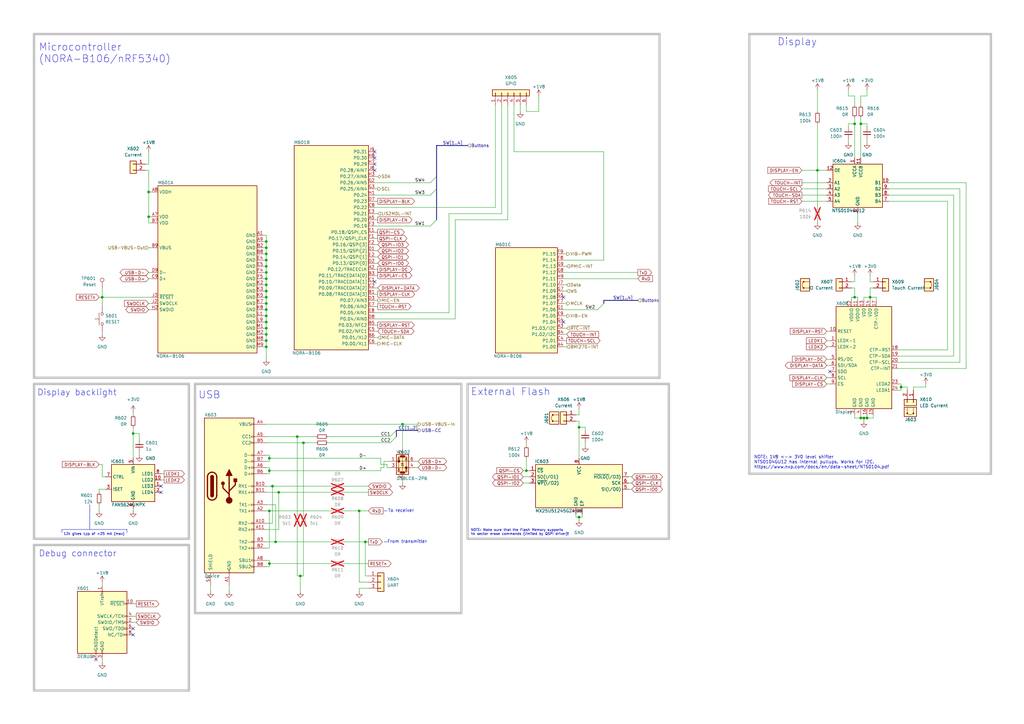
<source format=kicad_sch>
(kicad_sch (version 20250114) (generator "eeschema") (generator_version "9.0")
  (paper "A3")
  (title_block (title "MCU") (date "2025-07-13") (rev "${REVISION}") (company "${COMPANY}"))
  (text "From transmitter" (at 167.005 222.25 0) (effects (font (size 1.27 1.27))))
  (text "To receiver" (at 164.465 209.55 0) (effects (font (size 1.27 1.27))))
  (text "12k gives I_{LED} of <25 mA (max)" (at 26.035 219.71 0) (effects (font (size 1 1)) (justify left bottom)))
  (text "NOTE: Make sure that the Flash Memory supports\n4k sector erase commands (limited by QSPI driver)!" (at 193.04 219.71 0) (effects (font (size 1 1)) (justify left bottom)))
  (text "Display" (at 318.77 19.05 0) (effects (font (size 3 3)) (justify left bottom)))
  (text "Debug connector" (at 15.875 228.6 0) (effects (font (size 2.5 2.5)) (justify left bottom)))
  (text "USB" (at 81.28 163.83 0) (effects (font (size 3 3)) (justify left bottom)))
  (text "NOTE: 1V8 <-> 3V0 level shifter\nNTS0104GU12 has internal pullups. Works for I2C.\nhttps://www.nxp.com/docs/en/data-sheet/NTS0104.pdf" (at 309.245 192.405 0) (effects (font (size 1.27 1.27)) (justify left bottom)))
  (text "Microcontroller\n(NORA-B106/nRF5340)" (at 15.875 26.035 0) (effects (font (size 3 3)) (justify left bottom)))
  (text "Display backlight" (at 15.24 162.56 0) (effects (font (size 2.5 2.5)) (justify left bottom)))
  (text "External Flash" (at 193.04 162.56 0) (effects (font (size 3 3)) (justify left bottom)))
  (junction (at 109.22 124.46))
  (junction (at 109.22 109.22))
  (junction (at 124.46 181.61))
  (junction (at 109.22 101.6))
  (junction (at 109.22 132.08))
  (junction (at 110.49 187.96))
  (junction (at 109.22 116.84))
  (junction (at 215.9 193.04))
  (junction (at 54.61 177.8))
  (junction (at 109.22 114.3))
  (junction (at 109.22 139.7))
  (junction (at 147.32 209.55))
  (junction (at 350.52 121.92))
  (junction (at 109.22 111.76))
  (junction (at 113.03 222.25))
  (junction (at 109.22 142.24))
  (junction (at 353.06 50.8))
  (junction (at 111.76 199.39))
  (junction (at 109.22 106.68))
  (junction (at 109.22 119.38))
  (junction (at 121.92 179.07))
  (junction (at 109.22 129.54))
  (junction (at 109.22 99.06))
  (junction (at 109.22 121.92))
  (junction (at 149.86 222.25))
  (junction (at 165.1 173.99))
  (junction (at 350.52 50.8))
  (junction (at 123.19 236.22))
  (junction (at 109.22 137.16))
  (junction (at 41.91 121.92))
  (junction (at 369.57 158.75))
  (junction (at 354.33 171.45))
  (junction (at 110.49 231.14))
  (junction (at 355.6 171.45))
  (junction (at 60.96 78.74))
  (junction (at 109.22 134.62))
  (junction (at 335.28 69.85))
  (junction (at 237.49 175.26))
  (junction (at 353.06 171.45))
  (junction (at 110.49 209.55))
  (junction (at 109.22 127))
  (junction (at 109.22 104.14))
  (junction (at 60.96 88.9))
  (junction (at 356.87 121.92))
  (junction (at 110.49 193.04))
  (junction (at 237.49 212.09))
  (junction (at 114.3 201.93))
  (no_connect (at 340.36 152.4))
  (no_connect (at 153.67 115.57))
  (no_connect (at 153.67 67.31))
  (no_connect (at 153.67 69.85))
  (no_connect (at 66.04 199.39))
  (no_connect (at 153.67 62.23))
  (no_connect (at 54.61 260.35))
  (no_connect (at 231.14 121.92))
  (no_connect (at 66.04 201.93))
  (no_connect (at 153.67 64.77))
  (no_connect (at 39.37 270.51))
  (no_connect (at 231.14 132.08))
  (no_connect (at 54.61 257.81))
  (bus_entry (at 247.65 124.46) (size -2.54 2.54))
  (bus_entry (at 179.07 72.39) (size -2.54 2.54))
  (bus_entry (at 160.02 181.61) (size 2.54 -2.54))
  (bus_entry (at 179.07 90.17) (size -2.54 2.54))
  (bus_entry (at 160.02 179.07) (size 2.54 -2.54))
  (bus_entry (at 179.07 77.47) (size -2.54 2.54))
  (wire (pts (xy 354.33 171.45) (xy 354.33 172.72)))
  (wire (pts (xy 237.49 172.72) (xy 237.49 175.26)))
  (wire (pts (xy 339.09 147.32) (xy 340.36 147.32)))
  (wire (pts (xy 140.97 209.55) (xy 147.32 209.55)))
  (wire (pts (xy 110.49 232.41) (xy 109.22 232.41)))
  (wire (pts (xy 240.03 175.26) (xy 240.03 176.53)))
  (wire (pts (xy 350.52 113.03) (xy 350.52 115.57)))
  (wire (pts (xy 186.69 90.17) (xy 186.69 130.81)))
  (wire (pts (xy 153.67 140.97) (xy 154.94 140.97)))
  (polyline (pts (xy 52.07 217.17) (xy 52.07 218.44)))
  (wire (pts (xy 109.22 222.25) (xy 113.03 222.25)))
  (wire (pts (xy 54.61 177.8) (xy 54.61 187.96)))
  (wire (pts (xy 149.86 236.22) (xy 149.86 222.25)))
  (wire (pts (xy 353.06 48.26) (xy 353.06 50.8)))
  (wire (pts (xy 339.09 139.7) (xy 340.36 139.7)))
  (wire (pts (xy 109.22 142.24) (xy 109.22 147.32)))
  (polyline (pts (xy 270.51 13.97) (xy 13.97 13.97)) (stroke (width 1) (type solid) (color 194 194 194 1)))
  (wire (pts (xy 41.91 121.92) (xy 41.91 125.73)))
  (wire (pts (xy 391.16 80.01) (xy 391.16 146.05)))
  (wire (pts (xy 147.32 209.55) (xy 151.13 209.55)))
  (wire (pts (xy 40.64 207.01) (xy 40.64 209.55)))
  (wire (pts (xy 240.03 181.61) (xy 240.03 182.88)))
  (wire (pts (xy 372.11 158.75) (xy 372.11 160.02)))
  (wire (pts (xy 109.22 99.06) (xy 109.22 101.6)))
  (wire (pts (xy 109.22 111.76) (xy 109.22 114.3)))
  (wire (pts (xy 60.96 62.23) (xy 60.96 67.31)))
  (wire (pts (xy 153.67 135.89) (xy 154.94 135.89)))
  (wire (pts (xy 121.92 179.07) (xy 121.92 210.82)))
  (wire (pts (xy 110.49 191.77) (xy 110.49 193.04)))
  (wire (pts (xy 353.06 171.45) (xy 354.33 171.45)))
  (polyline (pts (xy 270.51 154.94) (xy 13.97 154.94)) (stroke (width 1) (type solid) (color 194 194 194 1)))
  (bus (pts (xy 247.65 123.19) (xy 247.65 124.46)))
  (wire (pts (xy 57.15 185.42) (xy 57.15 186.69)))
  (wire (pts (xy 153.67 113.03) (xy 154.94 113.03)))
  (wire (pts (xy 374.65 158.75) (xy 379.73 158.75)))
  (wire (pts (xy 110.49 231.14) (xy 135.89 231.14)))
  (polyline (pts (xy 25.4 217.17) (xy 25.4 218.44)))
  (wire (pts (xy 109.22 127) (xy 109.22 129.54)))
  (wire (pts (xy 238.76 210.82) (xy 238.76 212.09)))
  (wire (pts (xy 247.65 106.68) (xy 247.65 62.23)))
  (wire (pts (xy 369.57 160.02) (xy 369.57 158.75)))
  (wire (pts (xy 140.97 231.14) (xy 151.13 231.14)))
  (wire (pts (xy 368.3 151.13) (xy 396.24 151.13)))
  (wire (pts (xy 231.14 119.38) (xy 232.41 119.38)))
  (wire (pts (xy 203.2 43.18) (xy 203.2 85.09)))
  (wire (pts (xy 350.52 170.18) (xy 350.52 171.45)))
  (wire (pts (xy 153.67 120.65) (xy 154.94 120.65)))
  (wire (pts (xy 109.22 209.55) (xy 110.49 209.55)))
  (wire (pts (xy 220.98 39.37) (xy 220.98 45.72)))
  (wire (pts (xy 231.14 137.16) (xy 232.41 137.16)))
  (wire (pts (xy 170.18 191.77) (xy 171.45 191.77)))
  (wire (pts (xy 328.93 82.55) (xy 339.09 82.55)))
  (wire (pts (xy 147.32 241.3) (xy 151.13 241.3)))
  (wire (pts (xy 153.67 100.33) (xy 154.94 100.33)))
  (wire (pts (xy 124.46 181.61) (xy 124.46 210.82)))
  (wire (pts (xy 153.67 82.55) (xy 154.94 82.55)))
  (wire (pts (xy 59.69 67.31) (xy 60.96 67.31)))
  (wire (pts (xy 111.76 214.63) (xy 111.76 199.39)))
  (wire (pts (xy 109.22 134.62) (xy 107.95 134.62)))
  (bus (pts (xy 179.07 72.39) (xy 179.07 77.47)))
  (polyline (pts (xy 38.1 217.17) (xy 25.4 217.17)))
  (wire (pts (xy 353.06 171.45) (xy 353.06 170.18)))
  (polyline (pts (xy 307.34 194.31) (xy 406.4 194.31)) (stroke (width 1) (type solid) (color 194 194 194 1)))
  (wire (pts (xy 153.67 80.01) (xy 176.53 80.01)))
  (polyline (pts (xy 13.97 157.48) (xy 13.97 220.98)) (stroke (width 1) (type solid) (color 194 194 194 1)))
  (wire (pts (xy 109.22 124.46) (xy 109.22 127)))
  (wire (pts (xy 109.22 173.99) (xy 165.1 173.99)))
  (wire (pts (xy 41.91 270.51) (xy 41.91 271.78)))
  (wire (pts (xy 66.04 194.31) (xy 67.31 194.31)))
  (wire (pts (xy 109.22 137.16) (xy 109.22 139.7)))
  (polyline (pts (xy 274.32 157.48) (xy 274.32 220.98)) (stroke (width 1) (type solid) (color 194 194 194 1)))
  (wire (pts (xy 339.09 142.24) (xy 340.36 142.24)))
  (wire (pts (xy 151.13 236.22) (xy 149.86 236.22)))
  (polyline (pts (xy 406.4 194.31) (xy 406.4 13.97)) (stroke (width 1) (type solid) (color 194 194 194 1)))
  (wire (pts (xy 109.22 137.16) (xy 107.95 137.16)))
  (wire (pts (xy 205.74 43.18) (xy 205.74 87.63)))
  (wire (pts (xy 236.22 210.82) (xy 236.22 212.09)))
  (wire (pts (xy 335.28 69.85) (xy 339.09 69.85)))
  (wire (pts (xy 135.89 201.93) (xy 114.3 201.93)))
  (wire (pts (xy 237.49 167.64) (xy 237.49 170.18)))
  (wire (pts (xy 165.1 196.85) (xy 165.1 198.12)))
  (wire (pts (xy 60.96 124.46) (xy 62.23 124.46)))
  (wire (pts (xy 335.28 69.85) (xy 335.28 85.09)))
  (wire (pts (xy 231.14 111.76) (xy 261.62 111.76)))
  (wire (pts (xy 214.63 198.12) (xy 217.17 198.12)))
  (wire (pts (xy 231.14 134.62) (xy 232.41 134.62)))
  (wire (pts (xy 186.69 130.81) (xy 153.67 130.81)))
  (polyline (pts (xy 191.77 157.48) (xy 191.77 220.98)) (stroke (width 1) (type solid) (color 194 194 194 1)))
  (wire (pts (xy 149.86 222.25) (xy 151.13 222.25)))
  (wire (pts (xy 237.49 175.26) (xy 240.03 175.26)))
  (wire (pts (xy 354.33 171.45) (xy 355.6 171.45)))
  (wire (pts (xy 109.22 217.17) (xy 114.3 217.17)))
  (wire (pts (xy 359.41 121.92) (xy 359.41 123.19)))
  (wire (pts (xy 356.87 113.03) (xy 356.87 115.57)))
  (polyline (pts (xy 80.01 157.48) (xy 189.23 157.48)) (stroke (width 1) (type solid) (color 194 194 194 1)))
  (wire (pts (xy 109.22 119.38) (xy 107.95 119.38)))
  (wire (pts (xy 205.74 87.63) (xy 184.15 87.63)))
  (wire (pts (xy 153.67 118.11) (xy 154.94 118.11)))
  (wire (pts (xy 237.49 212.09) (xy 238.76 212.09)))
  (wire (pts (xy 236.22 170.18) (xy 237.49 170.18)))
  (bus (pts (xy 191.77 59.69) (xy 179.07 59.69)))
  (wire (pts (xy 335.28 36.83) (xy 335.28 45.72)))
  (wire (pts (xy 350.52 118.11) (xy 350.52 121.92)))
  (wire (pts (xy 129.54 181.61) (xy 124.46 181.61)))
  (wire (pts (xy 60.96 111.76) (xy 62.23 111.76)))
  (wire (pts (xy 109.22 121.92) (xy 109.22 124.46)))
  (wire (pts (xy 109.22 127) (xy 107.95 127)))
  (wire (pts (xy 109.22 186.69) (xy 110.49 186.69)))
  (wire (pts (xy 208.28 90.17) (xy 186.69 90.17)))
  (polyline (pts (xy 38.1 217.17) (xy 52.07 217.17)))
  (wire (pts (xy 60.96 88.9) (xy 60.96 78.74)))
  (wire (pts (xy 54.61 247.65) (xy 55.88 247.65)))
  (wire (pts (xy 110.49 187.96) (xy 156.21 187.96)))
  (polyline (pts (xy 77.47 157.48) (xy 77.47 220.98)) (stroke (width 1) (type solid) (color 194 194 194 1)))
  (wire (pts (xy 231.14 129.54) (xy 232.41 129.54)))
  (wire (pts (xy 396.24 74.93) (xy 364.49 74.93)))
  (wire (pts (xy 231.14 114.3) (xy 261.62 114.3)))
  (polyline (pts (xy 307.34 13.97) (xy 307.34 194.31)) (stroke (width 1) (type solid) (color 194 194 194 1)))
  (polyline (pts (xy 270.51 13.97) (xy 270.51 154.94)) (stroke (width 1) (type solid) (color 194 194 194 1)))
  (wire (pts (xy 109.22 111.76) (xy 107.95 111.76)))
  (wire (pts (xy 153.67 90.17) (xy 154.94 90.17)))
  (wire (pts (xy 135.89 199.39) (xy 111.76 199.39)))
  (wire (pts (xy 328.93 69.85) (xy 335.28 69.85)))
  (wire (pts (xy 109.22 116.84) (xy 109.22 119.38)))
  (wire (pts (xy 350.52 171.45) (xy 353.06 171.45)))
  (wire (pts (xy 109.22 229.87) (xy 110.49 229.87)))
  (wire (pts (xy 109.22 191.77) (xy 110.49 191.77)))
  (wire (pts (xy 109.22 116.84) (xy 107.95 116.84)))
  (bus (pts (xy 162.56 179.07) (xy 162.56 176.53)))
  (polyline (pts (xy 274.32 157.48) (xy 191.77 157.48)) (stroke (width 1) (type solid) (color 194 194 194 1)))
  (wire (pts (xy 60.96 101.6) (xy 62.23 101.6)))
  (wire (pts (xy 393.7 77.47) (xy 393.7 148.59)))
  (wire (pts (xy 124.46 236.22) (xy 124.46 215.9)))
  (wire (pts (xy 358.14 115.57) (xy 356.87 115.57)))
  (wire (pts (xy 129.54 179.07) (xy 121.92 179.07)))
  (wire (pts (xy 153.67 97.79) (xy 154.94 97.79)))
  (wire (pts (xy 60.96 91.44) (xy 60.96 88.9)))
  (wire (pts (xy 350.52 50.8) (xy 350.52 64.77)))
  (wire (pts (xy 231.14 116.84) (xy 232.41 116.84)))
  (wire (pts (xy 147.32 241.3) (xy 147.32 242.57)))
  (wire (pts (xy 110.49 193.04) (xy 110.49 194.31)))
  (wire (pts (xy 231.14 106.68) (xy 247.65 106.68)))
  (wire (pts (xy 43.18 195.58) (xy 41.91 195.58)))
  (wire (pts (xy 158.75 191.77) (xy 160.02 191.77)))
  (wire (pts (xy 237.49 175.26) (xy 237.49 187.96)))
  (polyline (pts (xy 157.48 209.55) (xy 158.75 209.55)))
  (wire (pts (xy 109.22 96.52) (xy 109.22 99.06)))
  (wire (pts (xy 156.21 187.96) (xy 156.21 190.5)))
  (wire (pts (xy 153.67 74.93) (xy 176.53 74.93)))
  (polyline (pts (xy 274.32 220.98) (xy 191.77 220.98)) (stroke (width 1) (type solid) (color 194 194 194 1)))
  (wire (pts (xy 157.48 191.77) (xy 157.48 189.23)))
  (polyline (pts (xy 13.97 223.52) (xy 77.47 223.52)) (stroke (width 1) (type solid) (color 194 194 194 1)))
  (wire (pts (xy 111.76 199.39) (xy 109.22 199.39)))
  (wire (pts (xy 151.13 238.76) (xy 147.32 238.76)))
  (wire (pts (xy 153.67 87.63) (xy 154.94 87.63)))
  (wire (pts (xy 41.91 238.76) (xy 41.91 240.03)))
  (wire (pts (xy 110.49 193.04) (xy 156.21 193.04)))
  (wire (pts (xy 109.22 194.31) (xy 110.49 194.31)))
  (wire (pts (xy 396.24 74.93) (xy 396.24 151.13)))
  (wire (pts (xy 109.22 104.14) (xy 107.95 104.14)))
  (polyline (pts (xy 189.23 157.48) (xy 189.23 251.46)) (stroke (width 1) (type solid) (color 194 194 194 1)))
  (wire (pts (xy 351.79 121.92) (xy 350.52 121.92)))
  (wire (pts (xy 109.22 119.38) (xy 109.22 121.92)))
  (wire (pts (xy 54.61 255.27) (xy 55.88 255.27)))
  (wire (pts (xy 355.6 171.45) (xy 358.14 171.45)))
  (wire (pts (xy 170.18 189.23) (xy 171.45 189.23)))
  (wire (pts (xy 109.22 96.52) (xy 107.95 96.52)))
  (wire (pts (xy 40.64 121.92) (xy 41.91 121.92)))
  (wire (pts (xy 110.49 231.14) (xy 110.49 232.41)))
  (wire (pts (xy 335.28 50.8) (xy 335.28 69.85)))
  (wire (pts (xy 215.9 193.04) (xy 217.17 193.04)))
  (wire (pts (xy 109.22 99.06) (xy 107.95 99.06)))
  (wire (pts (xy 109.22 129.54) (xy 109.22 132.08)))
  (wire (pts (xy 109.22 134.62) (xy 109.22 137.16)))
  (wire (pts (xy 110.49 229.87) (xy 110.49 231.14)))
  (wire (pts (xy 214.63 193.04) (xy 215.9 193.04)))
  (wire (pts (xy 369.57 158.75) (xy 369.57 157.48)))
  (wire (pts (xy 109.22 132.08) (xy 107.95 132.08)))
  (wire (pts (xy 140.97 199.39) (xy 151.13 199.39)))
  (wire (pts (xy 350.52 121.92) (xy 349.25 121.92)))
  (wire (pts (xy 124.46 181.61) (xy 109.22 181.61)))
  (wire (pts (xy 388.62 82.55) (xy 388.62 143.51)))
  (wire (pts (xy 153.67 123.19) (xy 154.94 123.19)))
  (polyline (pts (xy 406.4 13.97) (xy 307.34 13.97)) (stroke (width 1) (type solid) (color 194 194 194 1)))
  (wire (pts (xy 214.63 195.58) (xy 217.17 195.58)))
  (wire (pts (xy 109.22 142.24) (xy 107.95 142.24)))
  (wire (pts (xy 231.14 127) (xy 245.11 127)))
  (wire (pts (xy 59.69 69.85) (xy 60.96 69.85)))
  (bus (pts (xy 179.07 59.69) (xy 179.07 72.39)))
  (wire (pts (xy 328.93 77.47) (xy 339.09 77.47)))
  (wire (pts (xy 328.93 74.93) (xy 339.09 74.93)))
  (wire (pts (xy 351.79 87.63) (xy 351.79 91.44)))
  (wire (pts (xy 208.28 43.18) (xy 208.28 90.17)))
  (wire (pts (xy 109.22 207.01) (xy 113.03 207.01)))
  (wire (pts (xy 54.61 252.73) (xy 55.88 252.73)))
  (wire (pts (xy 328.93 80.01) (xy 339.09 80.01)))
  (wire (pts (xy 165.1 173.99) (xy 165.1 184.15)))
  (wire (pts (xy 347.98 52.07) (xy 347.98 50.8)))
  (wire (pts (xy 109.22 114.3) (xy 109.22 116.84)))
  (wire (pts (xy 339.09 135.89) (xy 340.36 135.89)))
  (wire (pts (xy 351.79 121.92) (xy 351.79 123.19)))
  (wire (pts (xy 231.14 124.46) (xy 232.41 124.46)))
  (polyline (pts (xy 77.47 220.98) (xy 13.97 220.98)) (stroke (width 1) (type solid) (color 194 194 194 1)))
  (wire (pts (xy 350.52 39.37) (xy 350.52 43.18)))
  (wire (pts (xy 350.52 48.26) (xy 350.52 50.8)))
  (wire (pts (xy 231.14 142.24) (xy 232.41 142.24)))
  (wire (pts (xy 374.65 160.02) (xy 374.65 158.75)))
  (wire (pts (xy 153.67 102.87) (xy 154.94 102.87)))
  (wire (pts (xy 109.22 139.7) (xy 107.95 139.7)))
  (wire (pts (xy 57.15 177.8) (xy 54.61 177.8)))
  (wire (pts (xy 356.87 121.92) (xy 359.41 121.92)))
  (wire (pts (xy 124.46 236.22) (xy 123.19 236.22)))
  (wire (pts (xy 109.22 109.22) (xy 109.22 111.76)))
  (wire (pts (xy 123.19 236.22) (xy 123.19 242.57)))
  (wire (pts (xy 355.6 36.83) (xy 355.6 39.37)))
  (wire (pts (xy 184.15 87.63) (xy 184.15 128.27)))
  (wire (pts (xy 41.91 121.92) (xy 62.23 121.92)))
  (wire (pts (xy 213.36 43.18) (xy 213.36 45.72)))
  (wire (pts (xy 121.92 179.07) (xy 109.22 179.07)))
  (wire (pts (xy 114.3 201.93) (xy 114.3 217.17)))
  (wire (pts (xy 113.03 222.25) (xy 135.89 222.25)))
  (wire (pts (xy 134.62 181.61) (xy 160.02 181.61)))
  (bus (pts (xy 162.56 176.53) (xy 171.45 176.53)))
  (polyline (pts (xy 13.97 157.48) (xy 77.47 157.48)) (stroke (width 1) (type solid) (color 194 194 194 1)))
  (wire (pts (xy 355.6 52.07) (xy 355.6 50.8)))
  (wire (pts (xy 379.73 158.75) (xy 379.73 157.48)))
  (wire (pts (xy 109.22 214.63) (xy 111.76 214.63)))
  (wire (pts (xy 109.22 139.7) (xy 109.22 142.24)))
  (wire (pts (xy 364.49 82.55) (xy 388.62 82.55)))
  (wire (pts (xy 54.61 168.91) (xy 54.61 170.18)))
  (wire (pts (xy 140.97 222.25) (xy 149.86 222.25)))
  (wire (pts (xy 153.67 95.25) (xy 154.94 95.25)))
  (bus (pts (xy 179.07 77.47) (xy 179.07 90.17)))
  (wire (pts (xy 339.09 154.94) (xy 340.36 154.94)))
  (wire (pts (xy 153.67 105.41) (xy 154.94 105.41)))
  (polyline (pts (xy 80.01 251.46) (xy 189.23 251.46)) (stroke (width 1) (type solid) (color 194 194 194 1)))
  (wire (pts (xy 109.22 121.92) (xy 107.95 121.92)))
  (wire (pts (xy 109.22 106.68) (xy 107.95 106.68)))
  (wire (pts (xy 134.62 179.07) (xy 160.02 179.07)))
  (wire (pts (xy 109.22 132.08) (xy 109.22 134.62)))
  (wire (pts (xy 354.33 121.92) (xy 356.87 121.92)))
  (wire (pts (xy 109.22 101.6) (xy 109.22 104.14)))
  (polyline (pts (xy 13.97 13.97) (xy 13.97 154.94)) (stroke (width 1) (type solid) (color 194 194 194 1)))
  (wire (pts (xy 40.64 190.5) (xy 41.91 190.5)))
  (wire (pts (xy 153.67 77.47) (xy 154.94 77.47)))
  (wire (pts (xy 60.96 114.3) (xy 62.23 114.3)))
  (wire (pts (xy 113.03 207.01) (xy 113.03 222.25)))
  (wire (pts (xy 40.64 200.66) (xy 40.64 201.93)))
  (wire (pts (xy 368.3 157.48) (xy 369.57 157.48)))
  (wire (pts (xy 153.67 107.95) (xy 154.94 107.95)))
  (wire (pts (xy 60.96 69.85) (xy 60.96 78.74)))
  (wire (pts (xy 93.98 240.03) (xy 93.98 242.57)))
  (wire (pts (xy 247.65 62.23) (xy 210.82 62.23)))
  (wire (pts (xy 86.36 240.03) (xy 86.36 242.57)))
  (wire (pts (xy 231.14 109.22) (xy 232.41 109.22)))
  (wire (pts (xy 358.14 171.45) (xy 358.14 170.18)))
  (wire (pts (xy 347.98 57.15) (xy 347.98 58.42)))
  (wire (pts (xy 153.67 125.73) (xy 154.94 125.73)))
  (wire (pts (xy 368.3 146.05) (xy 391.16 146.05)))
  (wire (pts (xy 156.21 191.77) (xy 156.21 193.04)))
  (wire (pts (xy 110.49 224.79) (xy 110.49 209.55)))
  (wire (pts (xy 347.98 50.8) (xy 350.52 50.8)))
  (wire (pts (xy 109.22 106.68) (xy 109.22 109.22)))
  (wire (pts (xy 109.22 129.54) (xy 107.95 129.54)))
  (wire (pts (xy 109.22 114.3) (xy 107.95 114.3)))
  (wire (pts (xy 54.61 208.28) (xy 54.61 209.55)))
  (wire (pts (xy 237.49 212.09) (xy 237.49 213.36)))
  (wire (pts (xy 140.97 201.93) (xy 151.13 201.93)))
  (bus (pts (xy 261.62 123.19) (xy 247.65 123.19)))
  (polyline (pts (xy 13.97 283.21) (xy 77.47 283.21)) (stroke (width 1) (type solid) (color 194 194 194 1)))
  (wire (pts (xy 147.32 238.76) (xy 147.32 209.55)))
  (wire (pts (xy 41.91 118.11) (xy 41.91 121.92)))
  (wire (pts (xy 257.81 198.12) (xy 259.08 198.12)))
  (wire (pts (xy 349.25 115.57) (xy 350.52 115.57)))
  (wire (pts (xy 356.87 118.11) (xy 356.87 121.92)))
  (wire (pts (xy 156.21 190.5) (xy 158.75 190.5)))
  (wire (pts (xy 358.14 118.11) (xy 356.87 118.11)))
  (polyline (pts (xy 77.47 223.52) (xy 77.47 283.21)) (stroke (width 1) (type solid) (color 194 194 194 1)))
  (wire (pts (xy 110.49 186.69) (xy 110.49 187.96)))
  (wire (pts (xy 231.14 104.14) (xy 232.41 104.14)))
  (wire (pts (xy 57.15 177.8) (xy 57.15 180.34)))
  (wire (pts (xy 215.9 187.96) (xy 215.9 193.04)))
  (wire (pts (xy 364.49 80.01) (xy 391.16 80.01)))
  (wire (pts (xy 215.9 45.72) (xy 215.9 43.18)))
  (wire (pts (xy 220.98 45.72) (xy 215.9 45.72)))
  (polyline (pts (xy 36.83 207.01) (xy 36.83 217.17)))
  (wire (pts (xy 257.81 195.58) (xy 259.08 195.58)))
  (wire (pts (xy 364.49 77.47) (xy 393.7 77.47)))
  (wire (pts (xy 165.1 173.99) (xy 171.45 173.99)))
  (wire (pts (xy 153.67 72.39) (xy 154.94 72.39)))
  (wire (pts (xy 110.49 209.55) (xy 135.89 209.55)))
  (wire (pts (xy 41.91 195.58) (xy 41.91 190.5)))
  (wire (pts (xy 347.98 36.83) (xy 347.98 39.37)))
  (polyline (pts (xy 13.97 223.52) (xy 13.97 283.21)) (stroke (width 1) (type solid) (color 194 194 194 1)))
  (wire (pts (xy 60.96 78.74) (xy 62.23 78.74)))
  (wire (pts (xy 153.67 85.09) (xy 203.2 85.09)))
  (wire (pts (xy 339.09 149.86) (xy 340.36 149.86)))
  (wire (pts (xy 368.3 143.51) (xy 388.62 143.51)))
  (wire (pts (xy 231.14 139.7) (xy 232.41 139.7)))
  (wire (pts (xy 353.06 43.18) (xy 353.06 39.37)))
  (wire (pts (xy 66.04 196.85) (xy 67.31 196.85)))
  (wire (pts (xy 114.3 201.93) (xy 109.22 201.93)))
  (wire (pts (xy 355.6 50.8) (xy 353.06 50.8)))
  (wire (pts (xy 121.92 215.9) (xy 121.92 236.22)))
  (wire (pts (xy 109.22 189.23) (xy 110.49 189.23)))
  (wire (pts (xy 109.22 124.46) (xy 107.95 124.46)))
  (wire (pts (xy 356.87 121.92) (xy 356.87 123.19)))
  (wire (pts (xy 353.06 50.8) (xy 353.06 64.77)))
  (polyline (pts (xy 80.01 157.48) (xy 80.01 251.46)) (stroke (width 1) (type solid) (color 194 194 194 1)))
  (wire (pts (xy 355.6 171.45) (xy 355.6 170.18)))
  (wire (pts (xy 60.96 127) (xy 62.23 127)))
  (wire (pts (xy 257.81 200.66) (xy 259.08 200.66)))
  (wire (pts (xy 158.75 190.5) (xy 158.75 191.77)))
  (wire (pts (xy 354.33 123.19) (xy 354.33 121.92)))
  (wire (pts (xy 153.67 138.43) (xy 154.94 138.43)))
  (wire (pts (xy 369.57 158.75) (xy 372.11 158.75)))
  (wire (pts (xy 153.67 92.71) (xy 176.53 92.71)))
  (wire (pts (xy 60.96 88.9) (xy 62.23 88.9)))
  (wire (pts (xy 153.67 133.35) (xy 154.94 133.35)))
  (wire (pts (xy 110.49 187.96) (xy 110.49 189.23)))
  (wire (pts (xy 339.09 157.48) (xy 340.36 157.48)))
  (wire (pts (xy 335.28 90.17) (xy 335.28 91.44)))
  (wire (pts (xy 62.23 91.44) (xy 60.96 91.44)))
  (wire (pts (xy 153.67 110.49) (xy 154.94 110.49)))
  (wire (pts (xy 215.9 181.61) (xy 215.9 182.88)))
  (wire (pts (xy 109.22 109.22) (xy 107.95 109.22)))
  (wire (pts (xy 368.3 160.02) (xy 369.57 160.02)))
  (wire (pts (xy 236.22 212.09) (xy 237.49 212.09)))
  (wire (pts (xy 43.18 200.66) (xy 40.64 200.66)))
  (wire (pts (xy 41.91 135.89) (xy 41.91 137.16)))
  (wire (pts (xy 156.21 191.77) (xy 157.48 191.77)))
  (wire (pts (xy 157.48 189.23) (xy 160.02 189.23)))
  (wire (pts (xy 153.67 128.27) (xy 184.15 128.27)))
  (wire (pts (xy 353.06 39.37) (xy 355.6 39.37)))
  (wire (pts (xy 210.82 43.18) (xy 210.82 62.23)))
  (polyline (pts (xy 157.48 222.25) (xy 158.75 222.25)))
  (wire (pts (xy 347.98 39.37) (xy 350.52 39.37)))
  (wire (pts (xy 54.61 175.26) (xy 54.61 177.8)))
  (wire (pts (xy 236.22 172.72) (xy 237.49 172.72)))
  (wire (pts (xy 109.22 224.79) (xy 110.49 224.79)))
  (wire (pts (xy 349.25 118.11) (xy 350.52 118.11)))
  (wire (pts (xy 109.22 101.6) (xy 107.95 101.6)))
  (wire (pts (xy 355.6 57.15) (xy 355.6 58.42)))
  (wire (pts (xy 393.7 148.59) (xy 368.3 148.59)))
  (wire (pts (xy 349.25 121.92) (xy 349.25 123.19)))
  (wire (pts (xy 121.92 236.22) (xy 123.19 236.22)))
  (wire (pts (xy 109.22 104.14) (xy 109.22 106.68)))
  (label "CC[1..2]" (at 171.45 176.53 180))
  (label "SW1" (at 170.18 92.71 0))
  (label "CC2" (at 156.21 181.61 0))
  (label "SW4" (at 170.18 74.93 0))
  (label "SW2" (at 240.03 127 0))
  (label "SW[1..4]" (at 251.46 123.19 0))
  (label "SW3" (at 170.18 80.01 0))
  (label "D-" (at 147.32 187.96 0))
  (label "CC1" (at 156.21 179.07 0))
  (label "SW[1..4]" (at 181.61 59.69 0))
  (label "D+" (at 147.32 193.04 0))
  (global_label "QSPI-CLK" (shape output) (at 154.94 97.79 0) (property "Intersheetrefs" "${INTERSHEET_REFS}" (effects (hide yes))))
  (global_label "DISPLAY-RST" (shape output) (at 154.94 133.35 0) (property "Intersheetrefs" "${INTERSHEET_REFS}" (effects (hide yes))))
  (global_label "SWDCLK" (shape output) (at 151.13 201.93 0) (property "Intersheetrefs" "${INTERSHEET_REFS}" (effects (hide yes))))
  (global_label "SWDCLK" (shape input) (at 60.96 124.46 180) (property "Intersheetrefs" "${INTERSHEET_REFS}" (effects (hide yes))))
  (global_label "USB-D+" (shape bidirectional) (at 171.45 189.23 0) (property "Intersheetrefs" "${INTERSHEET_REFS}" (effects (hide yes))))
  (global_label "TxD" (shape output) (at 151.13 222.25 0) (property "Intersheetrefs" "${INTERSHEET_REFS}" (effects (hide yes))))
  (global_label "QSPI-CS" (shape output) (at 154.94 95.25 0) (property "Intersheetrefs" "${INTERSHEET_REFS}" (effects (hide yes))))
  (global_label "QSPI-IO0" (shape bidirectional) (at 259.08 200.66 0) (property "Intersheetrefs" "${INTERSHEET_REFS}" (effects (hide yes))))
  (global_label "TOUCH-SDA" (shape bidirectional) (at 154.94 135.89 0) (property "Intersheetrefs" "${INTERSHEET_REFS}" (effects (hide yes))))
  (global_label "TOUCH-RST" (shape output) (at 154.94 125.73 0) (property "Intersheetrefs" "${INTERSHEET_REFS}" (effects (hide yes))))
  (global_label "SWDIO" (shape bidirectional) (at 151.13 199.39 0) (property "Intersheetrefs" "${INTERSHEET_REFS}" (effects (hide yes))))
  (global_label "RESETn" (shape input) (at 40.64 121.92 180) (property "Intersheetrefs" "${INTERSHEET_REFS}" (effects (hide yes))))
  (global_label "SWDIO" (shape bidirectional) (at 55.88 255.27 0) (property "Intersheetrefs" "${INTERSHEET_REFS}" (effects (hide yes))))
  (global_label "SWDIO" (shape bidirectional) (at 60.96 127 180) (property "Intersheetrefs" "${INTERSHEET_REFS}" (effects (hide yes))))
  (global_label "QSPI-IO0" (shape bidirectional) (at 154.94 107.95 0) (property "Intersheetrefs" "${INTERSHEET_REFS}" (effects (hide yes))))
  (global_label "QSPI-IO3" (shape bidirectional) (at 154.94 100.33 0) (property "Intersheetrefs" "${INTERSHEET_REFS}" (effects (hide yes))))
  (global_label "QSPI-IO1" (shape bidirectional) (at 214.63 195.58 180) (property "Intersheetrefs" "${INTERSHEET_REFS}" (effects (hide yes))))
  (global_label "QSPI-IO1" (shape bidirectional) (at 154.94 105.41 0) (property "Intersheetrefs" "${INTERSHEET_REFS}" (effects (hide yes))))
  (global_label "DISPLAY-CLK" (shape input) (at 339.09 154.94 180) (property "Intersheetrefs" "${INTERSHEET_REFS}" (effects (hide yes))))
  (global_label "DISPLAY-DATA" (shape bidirectional) (at 339.09 149.86 180) (property "Intersheetrefs" "${INTERSHEET_REFS}" (effects (hide yes))))
  (global_label "TOUCH-INT" (shape output) (at 328.93 74.93 180) (property "Intersheetrefs" "${INTERSHEET_REFS}" (effects (hide yes))))
  (global_label "QSPI-CLK" (shape input) (at 259.08 198.12 0) (property "Intersheetrefs" "${INTERSHEET_REFS}" (effects (hide yes))))
  (global_label "DISPLAY-DATA" (shape bidirectional) (at 154.94 118.11 0) (property "Intersheetrefs" "${INTERSHEET_REFS}" (effects (hide yes))))
  (global_label "DISPLAY-DC" (shape output) (at 154.94 110.49 0) (property "Intersheetrefs" "${INTERSHEET_REFS}" (effects (hide yes))))
  (global_label "TOUCH-INT" (shape input) (at 232.41 137.16 0) (property "Intersheetrefs" "${INTERSHEET_REFS}" (effects (hide yes))))
  (global_label "TOUCH-SCL" (shape output) (at 232.41 139.7 0) (property "Intersheetrefs" "${INTERSHEET_REFS}" (effects (hide yes))))
  (global_label "QSPI-IO3" (shape bidirectional) (at 259.08 195.58 0) (property "Intersheetrefs" "${INTERSHEET_REFS}" (effects (hide yes))))
  (global_label "TOUCH-RST" (shape input) (at 328.93 82.55 180) (property "Intersheetrefs" "${INTERSHEET_REFS}" (effects (hide yes))))
  (global_label "QSPI-IO2" (shape bidirectional) (at 154.94 102.87 0) (property "Intersheetrefs" "${INTERSHEET_REFS}" (effects (hide yes))))
  (global_label "LEDK2" (shape input) (at 339.09 142.24 180) (property "Intersheetrefs" "${INTERSHEET_REFS}" (effects (hide yes))))
  (global_label "DISPLAY-BLK" (shape output) (at 154.94 82.55 0) (property "Intersheetrefs" "${INTERSHEET_REFS}" (effects (hide yes))))
  (global_label "RxD" (shape input) (at 261.62 114.3 0) (property "Intersheetrefs" "${INTERSHEET_REFS}" (effects (hide yes))))
  (global_label "DISPLAY-CLK" (shape output) (at 154.94 120.65 0) (property "Intersheetrefs" "${INTERSHEET_REFS}" (effects (hide yes))))
  (global_label "RESETn" (shape output) (at 151.13 231.14 0) (property "Intersheetrefs" "${INTERSHEET_REFS}" (effects (hide yes))))
  (global_label "USB-D-" (shape bidirectional) (at 60.96 111.76 180) (property "Intersheetrefs" "${INTERSHEET_REFS}" (effects (hide yes))))
  (global_label "LEDK2" (shape output) (at 67.31 196.85 0) (property "Intersheetrefs" "${INTERSHEET_REFS}" (effects (hide yes))))
  (global_label "USB-D+" (shape bidirectional) (at 60.96 114.3 180) (property "Intersheetrefs" "${INTERSHEET_REFS}" (effects (hide yes))))
  (global_label "TOUCH-SCL" (shape input) (at 328.93 77.47 180) (property "Intersheetrefs" "${INTERSHEET_REFS}" (effects (hide yes))))
  (global_label "TOUCH-SDA" (shape output) (at 328.93 80.01 180) (property "Intersheetrefs" "${INTERSHEET_REFS}" (effects (hide yes))))
  (global_label "DISPLAY-CS" (shape input) (at 339.09 157.48 180) (property "Intersheetrefs" "${INTERSHEET_REFS}" (effects (hide yes))))
  (global_label "QSPI-IO2" (shape bidirectional) (at 214.63 198.12 180) (property "Intersheetrefs" "${INTERSHEET_REFS}" (effects (hide yes))))
  (global_label "LEDK1" (shape input) (at 339.09 139.7 180) (property "Intersheetrefs" "${INTERSHEET_REFS}" (effects (hide yes))))
  (global_label "SWDCLK" (shape output) (at 55.88 252.73 0) (property "Intersheetrefs" "${INTERSHEET_REFS}" (effects (hide yes))))
  (global_label "DISPLAY-BLK" (shape input) (at 40.64 190.5 180) (property "Intersheetrefs" "${INTERSHEET_REFS}" (effects (hide yes))))
  (global_label "QSPI-CS" (shape input) (at 214.63 193.04 180) (property "Intersheetrefs" "${INTERSHEET_REFS}" (effects (hide yes))))
  (global_label "USB-D-" (shape bidirectional) (at 171.45 191.77 0) (property "Intersheetrefs" "${INTERSHEET_REFS}" (effects (hide yes))))
  (global_label "DISPLAY-CS" (shape output) (at 154.94 113.03 0) (property "Intersheetrefs" "${INTERSHEET_REFS}" (effects (hide yes))))
  (global_label "DISPLAY-DC" (shape input) (at 339.09 147.32 180) (property "Intersheetrefs" "${INTERSHEET_REFS}" (effects (hide yes))))
  (global_label "RxD" (shape input) (at 151.13 209.55 0) (property "Intersheetrefs" "${INTERSHEET_REFS}" (effects (hide yes))))
  (global_label "TxD" (shape output) (at 261.62 111.76 0) (property "Intersheetrefs" "${INTERSHEET_REFS}" (effects (hide yes))))
  (global_label "LEDK1" (shape output) (at 67.31 194.31 0) (property "Intersheetrefs" "${INTERSHEET_REFS}" (effects (hide yes))))
  (global_label "DISPLAY-EN" (shape output) (at 154.94 90.17 0) (property "Intersheetrefs" "${INTERSHEET_REFS}" (effects (hide yes))))
  (global_label "RESETn" (shape output) (at 55.88 247.65 0) (property "Intersheetrefs" "${INTERSHEET_REFS}" (effects (hide yes))))
  (global_label "DISPLAY-RST" (shape input) (at 339.09 135.89 180) (property "Intersheetrefs" "${INTERSHEET_REFS}" (effects (hide yes))))
  (global_label "DISPLAY-EN" (shape input) (at 328.93 69.85 180) (property "Intersheetrefs" "${INTERSHEET_REFS}" (effects (hide yes))))
  (hierarchical_label "PMIC-INT" (shape input) (at 232.41 109.22 0))
  (hierarchical_label "Buttons" (shape input) (at 191.77 59.69 0))
  (hierarchical_label "USB-CC" (shape output) (at 171.45 176.53 0))
  (hierarchical_label "Buttons" (shape input) (at 261.62 123.19 0))
  (hierarchical_label "MIC-DATA" (shape input) (at 154.94 138.43 0))
  (hierarchical_label "USB-VBUS-In" (shape output) (at 171.45 173.99 0))
  (hierarchical_label "Data" (shape input) (at 232.41 116.84 0))
  (hierarchical_label "MIC-EN" (shape output) (at 154.94 123.19 0))
  (hierarchical_label "WS" (shape input) (at 232.41 119.38 0))
  (hierarchical_label "~{RTC-INT}" (shape input) (at 232.41 134.62 0))
  (hierarchical_label "USB-VBUS-Out" (shape input) (at 60.96 101.6 180))
  (hierarchical_label "SCL" (shape output) (at 154.94 77.47 0))
  (hierarchical_label "MCLK" (shape output) (at 232.41 124.46 0))
  (hierarchical_label "BMI270-INT" (shape input) (at 232.41 142.24 0))
  (hierarchical_label "MIC-CLK" (shape output) (at 154.94 140.97 0))
  (hierarchical_label "SDA" (shape bidirectional) (at 154.94 72.39 0))
  (hierarchical_label "LIS2MDL-INT" (shape input) (at 154.94 87.63 0))
  (hierarchical_label "VIB-EN" (shape output) (at 232.41 129.54 0))
  (hierarchical_label "VIB-PWM" (shape output) (at 232.41 104.14 0))
  (symbol (lib_id "power:GND") (at 57.15 186.69 0) (unit 1)
    (property "Reference" "#PWR0607" (effects (hide yes)))
    (property "Value" "GND" (at 59.69 187.96 0) (effects (justify left)))
  )
  (symbol (lib_id "Connector:Conn_ARM_JTAG_SWD_10") (at 41.91 255.27 0) (unit 1)
    (property "Reference" "X601" (at 36.576 241.3 0) (effects (justify right)))
    (property "Value" "DEBUG" (at 38.1 269.24 0) (effects (justify right)))
    (property "Footprint" "Samtec:SHF-105-01-L-D-SM-TR" (effects (hide yes)))
    (property "Datasheet" "http://infocenter.arm.com/help/topic/com.arm.doc.ddi0314h/DDI0314H_coresight_components_trm.pdf" (effects (hide yes)))
    (property "Description" "Cortex Debug Connector, standard ARM Cortex-M SWD and JTAG interface" (effects (hide yes)))
    (property "manf" "Wurth Elektronik" (effects (hide yes)))
    (property "manf#" "623310235521" (effects (hide yes)))
    (property "mouser#" "710-623310235521" (effects (hide yes)))
  )
  (symbol (lib_id "Connector_Generic:Conn_01x02") (at 54.61 67.31 0) (mirror y) (unit 1)
    (property "Reference" "X602" (at 54.61 60.96 0))
    (property "Value" "Current" (at 54.61 63.5 0))
    (property "Footprint" "Connector_PinHeader_2.54mm:PinHeader_1x02_P2.54mm_Vertical" (effects (hide yes)))
    (property "Datasheet" "https://cdn.amphenol-cs.com/media/wysiwyg/files/documentation/datasheet/boardwiretoboard/bwb_econostik_254headers.pdf" (effects (hide yes)))
    (property "Description" "Generic connector, single row, 01x02, script generated (kicad-library-utils/schlib/autogen/connector/)" (effects (hide yes)))
    (property "manf" "Amphenol FCI" (effects (hide yes)))
    (property "manf#" "77311-818-02LF" (effects (hide yes)))
    (property "mouser#" "649-77311-818-02LF" (effects (hide yes)))
  )
  (symbol (lib_id "power:GND") (at 86.36 242.57 0) (unit 1)
    (property "Reference" "#PWR0609" (effects (hide yes)))
    (property "Value" "GND" (at 86.36 247.65 0))
  )
  (symbol (lib_id "power:GND") (at 41.91 137.16 0) (unit 1)
    (property "Reference" "#PWR0602" (effects (hide yes)))
    (property "Value" "GND" (at 41.91 142.24 0))
  )
  (symbol (lib_id "power:+1V8") (at 215.9 181.61 0) (unit 1)
    (property "Reference" "#PWR0617" (effects (hide yes)))
    (property "Value" "+1V8" (at 215.9 177.8 0))
  )
  (symbol (lib_id "power:+1V8") (at 60.96 62.23 0) (unit 1)
    (property "Reference" "#PWR0608" (effects (hide yes)))
    (property "Value" "+1V8" (at 60.96 58.42 0))
  )
  (symbol (lib_id "power:GND") (at 354.33 172.72 0) (unit 1)
    (property "Reference" "#PWR0627" (effects (hide yes)))
    (property "Value" "GND" (at 354.33 177.8 0))
  )
  (symbol (lib_id "power:+1V8") (at 220.98 39.37 0) (unit 1)
    (property "Reference" "#PWR0616" (effects (hide yes)))
    (property "Value" "+1V8" (at 220.98 35.56 0))
  )
  (symbol (lib_id "Power_Protection:USBLC6-2P6") (at 165.1 189.23 0) (unit 1)
    (property "Reference" "IC602" (at 162.56 185.42 0) (effects (justify left)))
    (property "Value" "USBLC6-2P6" (at 162.56 196.215 0) (effects (justify left)))
    (property "Footprint" "Package_TO_SOT_SMD:SOT-666" (effects (hide yes)))
    (property "Datasheet" "https://www.st.com/resource/en/datasheet/usblc6-2.pdf" (effects (hide yes)))
    (property "Description" "Very low capacitance ESD protection diode, 2 data-line, SOT-666" (effects (hide yes)))
    (property "manf" "STMicroelectronics" (effects (hide yes)))
    (property "manf#" "USBLC6-2P6" (effects (hide yes)))
    (property "mouser#" "511-USBLC6-2P6" (effects (hide yes)))
  )
  (symbol (lib_id "power:GND") (at 165.1 198.12 0) (unit 1)
    (property "Reference" "#PWR0614" (effects (hide yes)))
    (property "Value" "GND" (effects (hide yes)))
  )
  (symbol (lib_id "Device:R_Small") (at 138.43 201.93 270) (mirror x) (unit 1) (in_bom no) (dnp yes)
    (property "Reference" "R608" (at 138.43 204.47 90))
    (property "Value" "0R" (at 138.43 207.01 90))
    (property "Footprint" "Resistor_SMD:R_0805_2012Metric" (effects (hide yes)))
    (property "Datasheet" "https://www.mouser.de/datasheet/2/54/cr-1858361.pdf" (effects (hide yes)))
    (property "manf" "Bourns" (effects (hide yes)))
    (property "manf#" "CR0805-J/-000ELF" (effects (hide yes)))
    (property "mouser#" "652-CR0805-J/-000ELF" (effects (hide yes)))
  )
  (symbol (lib_id "uBlox:NORA-B106") (at 86.36 110.49 0) (unit 1)
    (property "Reference" "M601" (at 67.945 74.93 0))
    (property "Value" "NORA-B106" (at 69.85 146.05 0))
    (property "Footprint" "uBlox:NORA-B106" (effects (hide yes)))
    (property "Datasheet" "https://www.u-blox.com/docs/UBX-20027119" (effects (hide yes)))
    (property "manf" "u-blox" (effects (hide yes)))
    (property "manf#" "NORA-B106-00B" (effects (hide yes)))
    (property "mouser#" "377-NORA-B106-00B" (effects (hide yes)))
  )
  (symbol (lib_id "Device:R_Small") (at 138.43 231.14 270) (mirror x) (unit 1) (in_bom no) (dnp yes)
    (property "Reference" "R611" (at 138.43 233.68 90))
    (property "Value" "0R" (at 138.43 236.22 90))
    (property "Footprint" "Resistor_SMD:R_0805_2012Metric" (effects (hide yes)))
    (property "Datasheet" "https://www.mouser.de/datasheet/2/54/cr-1858361.pdf" (effects (hide yes)))
    (property "manf" "Bourns" (effects (hide yes)))
    (property "manf#" "CR0805-J/-000ELF" (effects (hide yes)))
    (property "mouser#" "652-CR0805-J/-000ELF" (effects (hide yes)))
  )
  (symbol (lib_id "Device:R_Small") (at 215.9 185.42 0) (unit 1)
    (property "Reference" "R612" (at 213.36 184.1499 0) (effects (justify right)))
    (property "Value" "100k" (at 213.36 186.6899 0) (effects (justify right)))
    (property "Footprint" "Resistor_SMD:R_0402_1005Metric" (effects (hide yes)))
    (property "Datasheet" "https://www.mouser.de/datasheet/2/447/YAGEO_PYu_RC_Group_51_RoHS_L_12-3313492.pdf" (effects (hide yes)))
    (property "manf" "YAGEO" (effects (hide yes)))
    (property "manf#" "RC0404FR-07100KL" (effects (hide yes)))
    (property "mouser#" "603-RC0404FR-07100KL" (effects (hide yes)))
  )
  (symbol (lib_id "Misc:Jumper") (at 373.38 168.91 90) (unit 1) (on_board no)
    (property "Reference" "J603" (at 375.92 172.085 90) (effects (justify left)))
    (property "Value" "Jumper" (effects (hide yes)))
    (property "Datasheet" "https://www.we-online.com/katalog/datasheet/60900213421.pdf" (effects (hide yes)))
    (property "Description" "Generic jumper cap" (effects (hide yes)))
    (property "manf" " Würth Elektronik" (effects (hide yes)))
    (property "manf#" "60900213421" (effects (hide yes)))
    (property "mouser#" "710-60900213421" (effects (hide yes)))
  )
  (symbol (lib_id "power:+1V8") (at 41.91 238.76 0) (unit 1)
    (property "Reference" "#PWR0603" (effects (hide yes)))
    (property "Value" "+1V8" (at 41.91 234.95 0))
  )
  (symbol (lib_id "NXP:NTS0104GU12 (XQFN12)") (at 351.79 76.2 0) (unit 1)
    (property "Reference" "IC604" (at 344.17 66.04 0))
    (property "Value" "NTS0104GU12" (at 347.98 86.36 0))
    (property "Footprint" "Package_QFN:XQFN-12-1.7x2mm_P0.4mm" (effects (hide yes)))
    (property "Datasheet" "https://www.nxp.com/docs/en/data-sheet/NTS0104.pdf" (effects (hide yes)))
    (property "manf" "NXP Semiconductors" (effects (hide yes)))
    (property "manf#" "NTS0104GU12,115" (effects (hide yes)))
    (property "mouser#" "771-NTS0104GU12115" (effects (hide yes)))
  )
  (symbol (lib_id "Connector_Generic:Conn_01x02") (at 231.14 170.18 0) (mirror y) (unit 1)
    (property "Reference" "X606" (at 231.14 163.83 0))
    (property "Value" "Current" (at 231.14 166.37 0))
    (property "Footprint" "Connector_PinHeader_2.54mm:PinHeader_1x02_P2.54mm_Vertical" (effects (hide yes)))
    (property "Datasheet" "https://cdn.amphenol-cs.com/media/wysiwyg/files/documentation/datasheet/boardwiretoboard/bwb_econostik_254headers.pdf" (effects (hide yes)))
    (property "Description" "Generic connector, single row, 01x02, script generated (kicad-library-utils/schlib/autogen/connector/)" (effects (hide yes)))
    (property "manf" "Amphenol FCI" (effects (hide yes)))
    (property "manf#" "77311-818-02LF" (effects (hide yes)))
    (property "mouser#" "649-77311-818-02LF" (effects (hide yes)))
  )
  (symbol (lib_id "Connector_Generic:Conn_01x03") (at 156.21 238.76 0) (unit 1)
    (property "Reference" "X604" (at 158.75 237.4899 0) (effects (justify left)))
    (property "Value" "UART" (at 158.75 240.0299 0) (effects (justify left)))
    (property "Footprint" "Connector_PinHeader_2.54mm:PinHeader_1x03_P2.54mm_Vertical" (effects (hide yes)))
    (property "Datasheet" "https://cdn.amphenol-cs.com/media/wysiwyg/files/documentation/datasheet/boardwiretoboard/bwb_econostik_254headers.pdf" (effects (hide yes)))
    (property "Description" "Generic connector, single row, 01x03, script generated (kicad-library-utils/schlib/autogen/connector/)" (effects (hide yes)))
    (property "manf" "Amphenol FCI" (effects (hide yes)))
    (property "manf#" "77311-818-03LF" (effects (hide yes)))
    (property "mouser#" "649-77311-818-03LF" (effects (hide yes)))
  )
  (symbol (lib_id "Device:R_Small") (at 132.08 179.07 90) (mirror x) (unit 1)
    (property "Reference" "R605" (at 132.08 173.99 90))
    (property "Value" "0R" (at 132.08 176.53 90))
    (property "Footprint" "Resistor_SMD:R_0805_2012Metric" (effects (hide yes)))
    (property "Datasheet" "https://www.mouser.de/datasheet/2/54/cr-1858361.pdf" (effects (hide yes)))
    (property "manf" "Bourns" (effects (hide yes)))
    (property "manf#" "CR0805-J/-000ELF" (effects (hide yes)))
    (property "mouser#" "652-CR0805-J/-000ELF" (effects (hide yes)))
  )
  (symbol (lib_id "power:GND") (at 147.32 242.57 0) (unit 1)
    (property "Reference" "#PWR0613" (effects (hide yes)))
    (property "Value" "GND" (at 147.32 247.65 0))
  )
  (symbol (lib_id "Device:C_Small") (at 355.6 54.61 0) (mirror y) (unit 1)
    (property "Reference" "C604" (at 358.14 53.3463 0) (effects (justify right)))
    (property "Value" "100n" (at 358.14 55.8863 0) (effects (justify right)))
    (property "Footprint" "Capacitor_SMD:C_0402_1005Metric" (effects (hide yes)))
    (property "Datasheet" "https://www.mouser.de/datasheet/2/40/KGM_X7R-3223212.pdf" (effects (hide yes)))
    (property "manf" "KYOCERA AVX" (effects (hide yes)))
    (property "manf#" "0402ZC104KAT4A" (effects (hide yes)))
    (property "mouser#" "581-0402ZC104KAT4A" (effects (hide yes)))
  )
  (symbol (lib_id "power:+1V8") (at 335.28 36.83 0) (unit 1)
    (property "Reference" "#PWR0621" (effects (hide yes)))
    (property "Value" "+1V8" (at 335.28 33.02 0))
  )
  (symbol (lib_id "Device:R_Small") (at 121.92 213.36 0) (unit 1) (in_bom no) (dnp yes)
    (property "Reference" "R603" (at 119.38 212.0899 0) (effects (justify right)))
    (property "Value" "5k1" (at 119.38 214.6299 0) (effects (justify right)))
    (property "Footprint" "Resistor_SMD:R_0402_1005Metric" (effects (hide yes)))
    (property "Datasheet" "https://www.mouser.de/datasheet/2/54/cr-1858361.pdf" (effects (hide yes)))
    (property "manf" "Bourns" (effects (hide yes)))
    (property "manf#" "CR0402-FX-5101GLF" (effects (hide yes)))
    (property "mouser#" "652-CR0402-FX-5101GLF" (effects (hide yes)))
  )
  (symbol (lib_id "power:+3V0") (at 379.73 157.48 0) (unit 1)
    (property "Reference" "#PWR0631" (effects (hide yes)))
    (property "Value" "+3V0" (at 379.73 153.67 0))
  )
  (symbol (lib_id "Connector_Generic:Conn_01x02") (at 363.22 115.57 0) (unit 1)
    (property "Reference" "X609" (at 365.76 115.5699 0) (effects (justify left)))
    (property "Value" "Touch Current" (at 365.76 118.1099 0) (effects (justify left)))
    (property "Footprint" "Connector_PinHeader_2.54mm:PinHeader_1x02_P2.54mm_Vertical" (effects (hide yes)))
    (property "Datasheet" "https://cdn.amphenol-cs.com/media/wysiwyg/files/documentation/datasheet/boardwiretoboard/bwb_econostik_254headers.pdf" (effects (hide yes)))
    (property "Description" "Generic connector, single row, 01x02, script generated (kicad-library-utils/schlib/autogen/connector/)" (effects (hide yes)))
    (property "manf" "Amphenol FCI" (effects (hide yes)))
    (property "manf#" "77311-818-02LF" (effects (hide yes)))
    (property "mouser#" "649-77311-818-02LF" (effects (hide yes)))
  )
  (symbol (lib_id "Device:R_Small") (at 132.08 181.61 270) (mirror x) (unit 1)
    (property "Reference" "R606" (at 132.08 184.15 90))
    (property "Value" "0R" (at 132.08 186.69 90))
    (property "Footprint" "Resistor_SMD:R_0805_2012Metric" (effects (hide yes)))
    (property "Datasheet" "https://www.mouser.de/datasheet/2/54/cr-1858361.pdf" (effects (hide yes)))
    (property "manf" "Bourns" (effects (hide yes)))
    (property "manf#" "CR0805-J/-000ELF" (effects (hide yes)))
    (property "mouser#" "652-CR0805-J/-000ELF" (effects (hide yes)))
  )
  (symbol (lib_id "power:GND") (at 237.49 213.36 0) (mirror y) (unit 1)
    (property "Reference" "#PWR0619" (effects (hide yes)))
    (property "Value" "GND" (at 237.49 218.44 0))
  )
  (symbol (lib_id "power:GND") (at 335.28 91.44 0) (unit 1)
    (property "Reference" "#PWR0622" (effects (hide yes)))
    (property "Value" "GND" (at 335.28 96.52 0))
  )
  (symbol (lib_id "uBlox:NORA-B106") (at 139.7 102.87 0) (unit 2)
    (property "Reference" "M601" (at 123.825 58.42 0))
    (property "Value" "NORA-B106" (at 125.73 144.78 0))
    (property "Footprint" "uBlox:NORA-B106" (effects (hide yes)))
    (property "Datasheet" "https://www.u-blox.com/docs/UBX-20027119" (effects (hide yes)))
    (property "manf" "u-blox" (effects (hide yes)))
    (property "manf#" "NORA-B106-00B" (effects (hide yes)))
    (property "mouser#" "377-NORA-B106-00B" (effects (hide yes)))
  )
  (symbol (lib_id "Connector_Generic:Conn_01x02") (at 344.17 115.57 0) (mirror y) (unit 1)
    (property "Reference" "X607" (at 341.63 115.5699 0) (effects (justify left)))
    (property "Value" "IO Current" (at 341.63 118.1099 0) (effects (justify left)))
    (property "Footprint" "Connector_PinHeader_2.54mm:PinHeader_1x02_P2.54mm_Vertical" (effects (hide yes)))
    (property "Datasheet" "https://cdn.amphenol-cs.com/media/wysiwyg/files/documentation/datasheet/boardwiretoboard/bwb_econostik_254headers.pdf" (effects (hide yes)))
    (property "Description" "Generic connector, single row, 01x02, script generated (kicad-library-utils/schlib/autogen/connector/)" (effects (hide yes)))
    (property "manf" "Amphenol FCI" (effects (hide yes)))
    (property "manf#" "77311-818-02LF" (effects (hide yes)))
    (property "mouser#" "649-77311-818-02LF" (effects (hide yes)))
  )
  (symbol (lib_id "power:+3V0") (at 54.61 168.91 0) (unit 1)
    (property "Reference" "#PWR0605" (effects (hide yes)))
    (property "Value" "+3V0" (at 54.61 163.83 0))
  )
  (symbol (lib_id "power:GND") (at 123.19 242.57 0) (unit 1)
    (property "Reference" "#PWR0612" (effects (hide yes)))
    (property "Value" "GND" (at 123.19 247.65 0))
  )
  (symbol (lib_id "Connector_Generic:Conn_01x06") (at 208.28 38.1 90) (unit 1)
    (property "Reference" "X605" (at 209.55 31.75 90))
    (property "Value" "GPIO" (at 209.55 34.29 90))
    (property "Footprint" "Connector_PinHeader_2.54mm:PinHeader_1x06_P2.54mm_Vertical" (effects (hide yes)))
    (property "Datasheet" "https://cdn.amphenol-cs.com/media/wysiwyg/files/documentation/datasheet/boardwiretoboard/bwb_econostik_254headers.pdf" (effects (hide yes)))
    (property "Description" "Generic connector, single row, 01x06, script generated (kicad-library-utils/schlib/autogen/connector/)" (effects (hide yes)))
    (property "manf" "Amphenol FCI" (effects (hide yes)))
    (property "manf#" "77311-802-06LF" (effects (hide yes)))
    (property "mouser#" "649-77311-802-06LF" (effects (hide yes)))
  )
  (symbol (lib_id "power:GND") (at 240.03 182.88 0) (unit 1)
    (property "Reference" "#PWR0620" (effects (hide yes)))
    (property "Value" "GND" (at 240.03 187.96 0))
  )
  (symbol (lib_id "power:+3V0") (at 355.6 36.83 0) (unit 1)
    (property "Reference" "#PWR0628" (effects (hide yes)))
    (property "Value" "+3V0" (at 355.6 33.02 0))
  )
  (symbol (lib_id "ON Semiconductor:FAN5624") (at 54.61 198.12 0) (unit 1)
    (property "Reference" "IC601" (at 48.26 189.23 0))
    (property "Value" "FAN5624UMPX" (at 52.705 207.01 0))
    (property "Footprint" "Package_DFN_QFN:UQFN-10_1.4x1.8mm_P0.4mm" (effects (hide yes)))
    (property "Datasheet" "https://www.onsemi.com/PowerSolutions/product.do?id=FAN5624UMPX" (effects (hide yes)))
    (property "manf" "onsemi / Fairchild" (effects (hide yes)))
    (property "manf#" "FAN5624UMPX" (effects (hide yes)))
    (property "mouser#" "512-FAN5624UMPX" (effects (hide yes)))
  )
  (symbol (lib_id "Device:R_Small") (at 335.28 87.63 0) (mirror x) (unit 1) (in_bom no) (dnp yes)
    (property "Reference" "R614" (at 332.74 86.3599 0) (effects (justify right)))
    (property "Value" "100k" (at 332.74 88.8999 0) (effects (justify right)))
    (property "Footprint" "Resistor_SMD:R_0805_2012Metric" (effects (hide yes)))
    (property "Datasheet" "https://www.mouser.de/datasheet/2/54/cr-1858361.pdf" (effects (hide yes)))
    (property "manf" "Bourns" (effects (hide yes)))
    (property "manf#" "CR0805-JW-104ELF" (effects (hide yes)))
    (property "mouser#" "652-CR0805-JW-104ELF" (effects (hide yes)))
  )
  (symbol (lib_id "power:GND") (at 54.61 209.55 0) (unit 1)
    (property "Reference" "#PWR0606" (effects (hide yes)))
    (property "Value" "GND" (at 54.61 214.63 0))
  )
  (symbol (lib_id "Connector_Generic:Conn_01x02") (at 374.65 165.1 270) (unit 1)
    (property "Reference" "X610" (at 377.19 163.8299 90) (effects (justify left)))
    (property "Value" "LED Current" (at 377.19 166.3699 90) (effects (justify left)))
    (property "Footprint" "Connector_PinHeader_2.54mm:PinHeader_1x02_P2.54mm_Vertical" (effects (hide yes)))
    (property "Datasheet" "https://cdn.amphenol-cs.com/media/wysiwyg/files/documentation/datasheet/boardwiretoboard/bwb_econostik_254headers.pdf" (effects (hide yes)))
    (property "Description" "Generic connector, single row, 01x02, script generated (kicad-library-utils/schlib/autogen/connector/)" (effects (hide yes)))
    (property "manf" "Amphenol FCI" (effects (hide yes)))
    (property "manf#" "77311-818-02LF" (effects (hide yes)))
    (property "mouser#" "649-77311-818-02LF" (effects (hide yes)))
  )
  (symbol (lib_id "Switch:SW_Push") (at 41.91 130.81 90) (mirror x) (unit 1)
    (property "Reference" "S601" (at 43.18 129.5399 90) (effects (justify right)))
    (property "Value" "RESET" (at 43.18 132.0799 90) (effects (justify right)))
    (property "Footprint" "Wuerth:WS-TASV-6x6" (effects (hide yes)))
    (property "Datasheet" "https://www.we-online.com/components/products/datasheet/430182050816.pdf" (effects (hide yes)))
    (property "manf" "Wurth Elektronik" (effects (hide yes)))
    (property "manf#" "430182050816" (effects (hide yes)))
    (property "mouser#" "710-430182050816" (effects (hide yes)))
  )
  (symbol (lib_id "Misc:Jumper") (at 330.2 116.84 0) (unit 1) (on_board no)
    (property "Reference" "J602" (at 327.025 119.38 90) (effects (justify left)))
    (property "Value" "Jumper" (effects (hide yes)))
    (property "Datasheet" "https://www.we-online.com/katalog/datasheet/60900213421.pdf" (effects (hide yes)))
    (property "Description" "Generic jumper cap" (effects (hide yes)))
    (property "manf" " Würth Elektronik" (effects (hide yes)))
    (property "manf#" "60900213421" (effects (hide yes)))
    (property "mouser#" "710-60900213421" (effects (hide yes)))
  )
  (symbol (lib_id "power:GND") (at 109.22 147.32 0) (unit 1)
    (property "Reference" "#PWR0611" (effects (hide yes)))
    (property "Value" "GND" (at 109.22 152.4 0))
  )
  (symbol (lib_id "power:GND") (at 41.91 271.78 0) (unit 1)
    (property "Reference" "#PWR0604" (effects (hide yes)))
    (property "Value" "GND" (at 41.91 276.86 0))
  )
  (symbol (lib_id "power:GND") (at 93.98 242.57 0) (unit 1)
    (property "Reference" "#PWR0610" (effects (hide yes)))
    (property "Value" "GND" (at 93.98 247.65 0))
  )
  (symbol (lib_id "Device:R_Small") (at 138.43 199.39 270) (unit 1) (in_bom no) (dnp yes)
    (property "Reference" "R607" (at 138.43 196.85 90))
    (property "Value" "0R" (at 138.43 194.31 90))
    (property "Footprint" "Resistor_SMD:R_0805_2012Metric" (effects (hide yes)))
    (property "Datasheet" "https://www.mouser.de/datasheet/2/54/cr-1858361.pdf" (effects (hide yes)))
    (property "manf" "Bourns" (effects (hide yes)))
    (property "manf#" "CR0805-J/-000ELF" (effects (hide yes)))
    (property "mouser#" "652-CR0805-J/-000ELF" (effects (hide yes)))
  )
  (symbol (lib_id "Connector:TestPoint") (at 41.91 118.11 0) (mirror y) (unit 1) (in_bom no)
    (property "Reference" "TP601" (at 39.37 114.173 0) (effects (justify left)))
    (property "Value" "Reset" (at 39.37 116.713 0) (effects (justify left)))
    (property "Footprint" "TestPoint:TestPoint_Pad_D1.0mm" (effects (hide yes)))
  )
  (symbol (lib_id "Device:R_Small") (at 54.61 172.72 0) (unit 1)
    (property "Reference" "R602" (at 52.07 171.45 0) (effects (justify right)))
    (property "Value" "0R" (at 52.07 173.99 0) (effects (justify right)))
    (property "Footprint" "Resistor_SMD:R_0805_2012Metric" (effects (hide yes)))
    (property "Datasheet" "https://www.mouser.de/datasheet/2/54/cr-1858361.pdf" (effects (hide yes)))
    (property "manf" "Bourns" (effects (hide yes)))
    (property "manf#" "CR0805-J/-000ELF" (effects (hide yes)))
    (property "mouser#" "652-CR0805-J/-000ELF" (effects (hide yes)))
  )
  (symbol (lib_id "Device:R_Small") (at 124.46 213.36 180) (unit 1) (in_bom no) (dnp yes)
    (property "Reference" "R604" (at 127 212.0899 0) (effects (justify right)))
    (property "Value" "5k1" (at 127 214.6299 0) (effects (justify right)))
    (property "Footprint" "Resistor_SMD:R_0402_1005Metric" (effects (hide yes)))
    (property "Datasheet" "https://www.mouser.de/datasheet/2/54/cr-1858361.pdf" (effects (hide yes)))
    (property "manf" "Bourns" (effects (hide yes)))
    (property "manf#" "CR0402-FX-5101GLF" (effects (hide yes)))
    (property "mouser#" "652-CR0402-FX-5101GLF" (effects (hide yes)))
  )
  (symbol (lib_id "Misc:Jumper") (at 381 116.84 180) (unit 1) (on_board no)
    (property "Reference" "J604" (at 384.175 114.3 90) (effects (justify left)))
    (property "Value" "Jumper" (effects (hide yes)))
    (property "Datasheet" "https://www.we-online.com/katalog/datasheet/60900213421.pdf" (effects (hide yes)))
    (property "Description" "Generic jumper cap" (effects (hide yes)))
    (property "manf" " Würth Elektronik" (effects (hide yes)))
    (property "manf#" "60900213421" (effects (hide yes)))
    (property "mouser#" "710-60900213421" (effects (hide yes)))
  )
  (symbol (lib_id "Display:GC9A01A_CST816S") (at 354.33 146.05 0) (unit 1)
    (property "Reference" "X608" (at 345.44 124.46 0))
    (property "Value" "Display" (at 346.075 168.91 0))
    (property "Footprint" "EastRising:ER-CON0.4-24P" (effects (hide yes)))
    (property "Datasheet" "https://www.buydisplay.com/download/manual/ER-TFT1.28-2_Datasheet.pdf" (effects (hide yes)))
    (property "manf" "EastRising" (effects (hide yes)))
    (property "manf#" "OK-24F024-04" (effects (hide yes)))
  )
  (symbol (lib_id "uBlox:NORA-B106") (at 215.9 123.19 0) (unit 3)
    (property "Reference" "M601" (at 206.375 100.33 0))
    (property "Value" "NORA-B106" (at 208.28 146.05 0))
    (property "Footprint" "uBlox:NORA-B106" (effects (hide yes)))
    (property "Datasheet" "https://www.u-blox.com/docs/UBX-20027119" (effects (hide yes)))
    (property "manf" "u-blox" (effects (hide yes)))
    (property "manf#" "NORA-B106-00B" (effects (hide yes)))
    (property "mouser#" "377-NORA-B106-00B" (effects (hide yes)))
  )
  (symbol (lib_id "Device:R_Small") (at 350.52 45.72 0) (mirror x) (unit 1)
    (property "Reference" "R615" (at 347.98 44.4499 0) (effects (justify right)))
    (property "Value" "0R" (at 347.98 46.9899 0) (effects (justify right)))
    (property "Footprint" "Resistor_SMD:R_0805_2012Metric" (effects (hide yes)))
    (property "Datasheet" "https://www.mouser.de/datasheet/2/54/cr-1858361.pdf" (effects (hide yes)))
    (property "manf" "Bourns" (effects (hide yes)))
    (property "manf#" "CR0805-J/-000ELF" (effects (hide yes)))
    (property "mouser#" "652-CR0805-J/-000ELF" (effects (hide yes)))
  )
  (symbol (lib_id "power:+1V8") (at 350.52 113.03 0) (unit 1)
    (property "Reference" "#PWR0625" (effects (hide yes)))
    (property "Value" "+1V8" (at 350.52 109.22 0))
  )
  (symbol (lib_id "Device:R_Small") (at 353.06 45.72 180) (unit 1)
    (property "Reference" "R616" (at 355.6 44.4499 0) (effects (justify right)))
    (property "Value" "0R" (at 355.6 46.9899 0) (effects (justify right)))
    (property "Footprint" "Resistor_SMD:R_0805_2012Metric" (effects (hide yes)))
    (property "Datasheet" "https://www.mouser.de/datasheet/2/54/cr-1858361.pdf" (effects (hide yes)))
    (property "manf" "Bourns" (effects (hide yes)))
    (property "manf#" "CR0805-J/-000ELF" (effects (hide yes)))
    (property "mouser#" "652-CR0805-J/-000ELF" (effects (hide yes)))
  )
  (symbol (lib_id "Device:R_Small") (at 335.28 48.26 0) (mirror x) (unit 1)
    (property "Reference" "R613" (at 332.74 46.9899 0) (effects (justify right)))
    (property "Value" "100k" (at 332.74 49.5299 0) (effects (justify right)))
    (property "Footprint" "Resistor_SMD:R_0805_2012Metric" (effects (hide yes)))
    (property "Datasheet" "https://www.mouser.de/datasheet/2/54/cr-1858361.pdf" (effects (hide yes)))
    (property "manf" "Bourns" (effects (hide yes)))
    (property "manf#" "CR0805-JW-104ELF" (effects (hide yes)))
    (property "mouser#" "652-CR0805-JW-104ELF" (effects (hide yes)))
  )
  (symbol (lib_id "Device:R_Small") (at 40.64 204.47 0) (mirror y) (unit 1)
    (property "Reference" "R601" (at 38.1 203.1999 0) (effects (justify left)))
    (property "Value" "12k" (at 38.1 205.7399 0) (effects (justify left)))
    (property "Footprint" "Resistor_SMD:R_0402_1005Metric" (effects (hide yes)))
    (property "Datasheet" "https://www.mouser.de/datasheet/2/447/YAGEO_PYu_RC_Group_51_RoHS_L_12-3313492.pdf" (effects (hide yes)))
    (property "manf" "YAGEO" (effects (hide yes)))
    (property "manf#" "RC0402FR-0712KL" (effects (hide yes)))
    (property "mouser#" "603-RC0402FR-0712KL" (effects (hide yes)))
  )
  (symbol (lib_id "Device:C_Small") (at 347.98 54.61 0) (mirror y) (unit 1)
    (property "Reference" "C603" (at 345.44 53.3463 0) (effects (justify left)))
    (property "Value" "100n" (at 345.44 55.8863 0) (effects (justify left)))
    (property "Footprint" "Capacitor_SMD:C_0402_1005Metric" (effects (hide yes)))
    (property "Datasheet" "https://www.mouser.de/datasheet/2/40/KGM_X7R-3223212.pdf" (effects (hide yes)))
    (property "manf" "KYOCERA AVX" (effects (hide yes)))
    (property "manf#" "0402ZC104KAT4A" (effects (hide yes)))
    (property "mouser#" "581-0402ZC104KAT4A" (effects (hide yes)))
  )
  (symbol (lib_id "power:GND") (at 355.6 58.42 0) (unit 1)
    (property "Reference" "#PWR0629" (effects (hide yes)))
    (property "Value" "GND" (at 355.6 63.5 0))
  )
  (symbol (lib_id "power:+1V8") (at 347.98 36.83 0) (unit 1)
    (property "Reference" "#PWR0623" (effects (hide yes)))
    (property "Value" "+1V8" (at 347.98 33.02 0))
  )
  (symbol (lib_id "power:GND") (at 213.36 45.72 0) (unit 1)
    (property "Reference" "#PWR0615" (effects (hide yes)))
    (property "Value" "GND" (at 213.36 50.8 0))
  )
  (symbol (lib_id "power:GND") (at 40.64 209.55 0) (unit 1)
    (property "Reference" "#PWR0601" (effects (hide yes)))
    (property "Value" "GND" (at 40.64 214.63 0))
  )
  (symbol (lib_id "Device:C_Small") (at 57.15 182.88 180) (unit 1)
    (property "Reference" "C601" (at 59.69 181.6035 0) (effects (justify right)))
    (property "Value" "1u" (at 59.69 184.1435 0) (effects (justify right)))
    (property "Footprint" "Capacitor_SMD:C_0402_1005Metric" (effects (hide yes)))
    (property "Datasheet" "https://www.mouser.de/datasheet/2/40/cx5r_KGM-3223198.pdf" (effects (hide yes)))
    (property "manf" "KYOCERA AVX" (effects (hide yes)))
    (property "manf#" "04023D105KAT2A" (effects (hide yes)))
    (property "mouser#" "581-04023D105KAT2A" (effects (hide yes)))
  )
  (symbol (lib_id "power:GND") (at 351.79 91.44 0) (unit 1)
    (property "Reference" "#PWR0626" (effects (hide yes)))
    (property "Value" "GND" (at 351.79 96.52 0))
  )
  (symbol (lib_id "Misc:Jumper") (at 227.33 171.45 0) (unit 1) (on_board no)
    (property "Reference" "J601" (at 224.155 173.99 90) (effects (justify left)))
    (property "Value" "Jumper" (effects (hide yes)))
    (property "Datasheet" "https://www.we-online.com/katalog/datasheet/60900213421.pdf" (effects (hide yes)))
    (property "Description" "Generic jumper cap" (effects (hide yes)))
    (property "manf" " Würth Elektronik" (effects (hide yes)))
    (property "manf#" "60900213421" (effects (hide yes)))
    (property "mouser#" "710-60900213421" (effects (hide yes)))
  )
  (symbol (lib_id "power:GND") (at 347.98 58.42 0) (unit 1)
    (property "Reference" "#PWR0624" (effects (hide yes)))
    (property "Value" "GND" (at 347.98 63.5 0))
  )
  (symbol (lib_id "Device:C_Small") (at 240.03 179.07 180) (unit 1)
    (property "Reference" "C602" (at 242.57 177.7935 0) (effects (justify right)))
    (property "Value" "100n" (at 242.57 180.3335 0) (effects (justify right)))
    (property "Footprint" "Capacitor_SMD:C_0402_1005Metric" (effects (hide yes)))
    (property "Datasheet" "https://www.mouser.de/datasheet/2/40/KGM_X7R-3223212.pdf" (effects (hide yes)))
    (property "manf" "KYOCERA AVX" (effects (hide yes)))
    (property "manf#" "0402ZC104KAT4A" (effects (hide yes)))
    (property "mouser#" "581-0402ZC104KAT4A" (effects (hide yes)))
  )
  (symbol (lib_id "power:+1V8") (at 237.49 167.64 0) (unit 1)
    (property "Reference" "#PWR0618" (effects (hide yes)))
    (property "Value" "+1V8" (at 237.49 163.83 0))
  )
  (symbol (lib_id "Infineon:S25FS512SAGNFI010") (at 237.49 199.39 0) (unit 1)
    (property "Reference" "IC603" (at 222.25 189.23 0))
    (property "Value" "MX25U51245GZ4I00" (at 229.235 209.55 0))
    (property "Footprint" "Package_SON:WSON-8-1EP_8x6mm_P1.27mm_EP3.4x4.3mm" (effects (hide yes)))
    (property "Datasheet" "https://www.mouser.de/datasheet/2/819/MX25U51245G_2c_1_8V_2c_512Mb_2c_v1_4-3371129.pdf" (effects (hide yes)))
    (property "manf" "Macronix" (effects (hide yes)))
    (property "manf#" "MX25U51245GZ4I00" (effects (hide yes)))
    (property "mouser#" "95-25U51245GZ4I00T" (effects (hide yes)))
  )
  (symbol (lib_id "Device:R_Small") (at 138.43 209.55 270) (mirror x) (unit 1) (in_bom no) (dnp yes)
    (property "Reference" "R609" (at 138.43 212.09 90))
    (property "Value" "0R" (at 138.43 214.63 90))
    (property "Footprint" "Resistor_SMD:R_0805_2012Metric" (effects (hide yes)))
    (property "Datasheet" "https://www.mouser.de/datasheet/2/54/cr-1858361.pdf" (effects (hide yes)))
    (property "manf" "Bourns" (effects (hide yes)))
    (property "manf#" "CR0805-J/-000ELF" (effects (hide yes)))
    (property "mouser#" "652-CR0805-J/-000ELF" (effects (hide yes)))
  )
  (symbol (lib_id "power:+3V0") (at 356.87 113.03 0) (unit 1)
    (property "Reference" "#PWR0630" (effects (hide yes)))
    (property "Value" "+3V0" (at 356.87 109.22 0))
  )
  (symbol (lib_id "Device:R_Small") (at 138.43 222.25 270) (mirror x) (unit 1) (in_bom no) (dnp yes)
    (property "Reference" "R610" (at 138.43 224.79 90))
    (property "Value" "0R" (at 138.43 227.33 90))
    (property "Footprint" "Resistor_SMD:R_0805_2012Metric" (effects (hide yes)))
    (property "Datasheet" "https://www.mouser.de/datasheet/2/54/cr-1858361.pdf" (effects (hide yes)))
    (property "manf" "Bourns" (effects (hide yes)))
    (property "manf#" "CR0805-J/-000ELF" (effects (hide yes)))
    (property "mouser#" "652-CR0805-J/-000ELF" (effects (hide yes)))
  )
  (symbol (lib_id "Connector:USB_C_Receptacle") (at 93.98 199.39 0) (unit 1)
    (property "Reference" "X603" (at 86.36 170.18 0))
    (property "Value" "Device" (at 86.995 236.22 0))
    (property "Footprint" "Connector_USB:USB_C_Receptacle_Amphenol_12401610E4-2A" (effects (hide yes)))
    (property "Datasheet" "https://cdn.amphenol-cs.com/media/wysiwyg/files/documentation/datasheet/inputoutput/io_usb_type_c.pdf" (effects (hide yes)))
    (property "Description" "USB Full-Featured Type-C Receptacle connector" (effects (hide yes)))
    (property "manf" "Amphenol Commercial Products" (effects (hide yes)))
    (property "manf#" "12401610E4#2A" (effects (hide yes)))
    (property "mouser#" "523-12401610E4#2A" (effects (hide yes)))
  )
)
</source>
